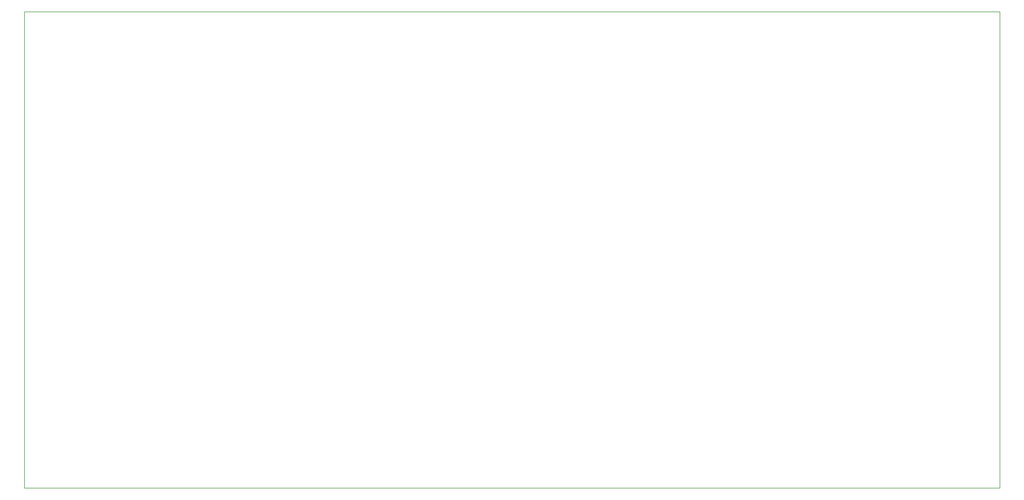
<source format=gbr>
%TF.GenerationSoftware,Altium Limited,Altium Designer,23.3.1 (30)*%
G04 Layer_Color=0*
%FSLAX26Y26*%
%MOIN*%
%TF.SameCoordinates,C47A0882-6911-4C93-B89A-A613C280F5D7*%
%TF.FilePolarity,Positive*%
%TF.FileFunction,Profile,NP*%
%TF.Part,Single*%
G01*
G75*
%TA.AperFunction,Profile*%
%ADD79C,0.001000*%
D79*
X6149000D01*
Y3004000D01*
X0D01*
Y0D01*
%TF.MD5,b7bc09fd9becad0f9369389dd7f7a456*%
M02*

</source>
